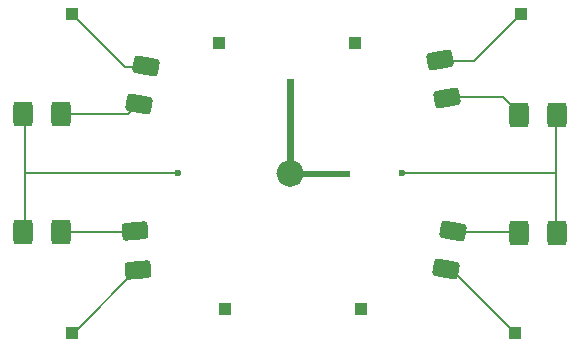
<source format=gbr>
%TF.GenerationSoftware,KiCad,Pcbnew,8.0.8*%
%TF.CreationDate,2025-04-07T01:24:50-03:00*%
%TF.ProjectId,Sao_Bomb,53616f5f-426f-46d6-922e-6b696361645f,rev?*%
%TF.SameCoordinates,Original*%
%TF.FileFunction,Copper,L1,Top*%
%TF.FilePolarity,Positive*%
%FSLAX46Y46*%
G04 Gerber Fmt 4.6, Leading zero omitted, Abs format (unit mm)*
G04 Created by KiCad (PCBNEW 8.0.8) date 2025-04-07 01:24:50*
%MOMM*%
%LPD*%
G01*
G04 APERTURE LIST*
G04 Aperture macros list*
%AMRoundRect*
0 Rectangle with rounded corners*
0 $1 Rounding radius*
0 $2 $3 $4 $5 $6 $7 $8 $9 X,Y pos of 4 corners*
0 Add a 4 corners polygon primitive as box body*
4,1,4,$2,$3,$4,$5,$6,$7,$8,$9,$2,$3,0*
0 Add four circle primitives for the rounded corners*
1,1,$1+$1,$2,$3*
1,1,$1+$1,$4,$5*
1,1,$1+$1,$6,$7*
1,1,$1+$1,$8,$9*
0 Add four rect primitives between the rounded corners*
20,1,$1+$1,$2,$3,$4,$5,0*
20,1,$1+$1,$4,$5,$6,$7,0*
20,1,$1+$1,$6,$7,$8,$9,0*
20,1,$1+$1,$8,$9,$2,$3,0*%
G04 Aperture macros list end*
%TA.AperFunction,NonConductor*%
%ADD10C,0.100000*%
%TD*%
%TA.AperFunction,NonConductor*%
%ADD11C,1.168034*%
%TD*%
%TA.AperFunction,ComponentPad*%
%ADD12R,1.000000X1.000000*%
%TD*%
%TA.AperFunction,SMDPad,CuDef*%
%ADD13RoundRect,0.288462X0.719064X-0.595448X0.879354X0.313604X-0.719064X0.595448X-0.879354X-0.313604X0*%
%TD*%
%TA.AperFunction,SMDPad,CuDef*%
%ADD14RoundRect,0.288462X0.848676X-0.389052X0.768224X0.530512X-0.848676X0.389052X-0.768224X-0.530512X0*%
%TD*%
%TA.AperFunction,SMDPad,CuDef*%
%ADD15RoundRect,0.288462X-0.879354X0.313604X-0.719064X-0.595448X0.879354X-0.313604X0.719064X0.595448X0*%
%TD*%
%TA.AperFunction,SMDPad,CuDef*%
%ADD16RoundRect,0.285088X0.527412X0.764912X-0.527412X0.764912X-0.527412X-0.764912X0.527412X-0.764912X0*%
%TD*%
%TA.AperFunction,SMDPad,CuDef*%
%ADD17RoundRect,0.288462X-0.719064X0.595448X-0.879354X-0.313604X0.719064X-0.595448X0.879354X0.313604X0*%
%TD*%
%TA.AperFunction,SMDPad,CuDef*%
%ADD18RoundRect,0.285088X-0.527412X-0.764912X0.527412X-0.764912X0.527412X0.764912X-0.527412X0.764912X0*%
%TD*%
%TA.AperFunction,ViaPad*%
%ADD19C,0.600000*%
%TD*%
%TA.AperFunction,Conductor*%
%ADD20C,0.200000*%
%TD*%
G04 APERTURE END LIST*
D10*
X148739853Y-87990851D02*
X149239853Y-87990851D01*
X149239853Y-94872818D01*
X148739853Y-94872818D01*
X148739853Y-87990851D01*
%TA.AperFunction,NonConductor*%
G36*
X148739853Y-87990851D02*
G01*
X149239853Y-87990851D01*
X149239853Y-94872818D01*
X148739853Y-94872818D01*
X148739853Y-87990851D01*
G37*
%TD.AperFunction*%
D11*
X149584017Y-96000000D02*
G75*
G02*
X148415983Y-96000000I-584017J0D01*
G01*
X148415983Y-96000000D02*
G75*
G02*
X149584017Y-96000000I584017J0D01*
G01*
D10*
X150120307Y-95762801D02*
X154002274Y-95762801D01*
X154002274Y-96262801D01*
X150120307Y-96262801D01*
X150120307Y-95762801D01*
%TA.AperFunction,NonConductor*%
G36*
X150120307Y-95762801D02*
G01*
X154002274Y-95762801D01*
X154002274Y-96262801D01*
X150120307Y-96262801D01*
X150120307Y-95762801D01*
G37*
%TD.AperFunction*%
D12*
%TO.P,J3,1,Pin_1*%
%TO.N,Net-(J3-Pin_1)*%
X130500000Y-82500000D03*
%TD*%
%TO.P,J7,1,Pin_1*%
%TO.N,Net-(J7-Pin_1)*%
X168500000Y-82500000D03*
%TD*%
D13*
%TO.P,R4,1*%
%TO.N,Net-(J9-Pin_1)*%
X162213481Y-104124933D03*
%TO.P,R4,2*%
%TO.N,Net-(D4-A)*%
X162786519Y-100875067D03*
%TD*%
D14*
%TO.P,R2,1*%
%TO.N,Net-(J5-Pin_1)*%
X136143807Y-104143721D03*
%TO.P,R2,2*%
%TO.N,Net-(D2-A)*%
X135856193Y-100856279D03*
%TD*%
D12*
%TO.P,J8,1,Pin_1*%
%TO.N,+3V3*%
X155000000Y-107500000D03*
%TD*%
%TO.P,J2,1,Pin_1*%
%TO.N,+3V3*%
X143000000Y-85000000D03*
%TD*%
%TO.P,J9,1,Pin_1*%
%TO.N,Net-(J9-Pin_1)*%
X168000000Y-109500000D03*
%TD*%
D15*
%TO.P,R3,1*%
%TO.N,Net-(J7-Pin_1)*%
X161713481Y-86375067D03*
%TO.P,R3,2*%
%TO.N,Net-(D3-A)*%
X162286519Y-89624933D03*
%TD*%
D12*
%TO.P,J4,1,Pin_1*%
%TO.N,+3V3*%
X154500000Y-85000000D03*
%TD*%
%TO.P,J6,1,Pin_1*%
%TO.N,+3V3*%
X143500000Y-107500000D03*
%TD*%
D16*
%TO.P,D3,1,K*%
%TO.N,GND*%
X171587500Y-91025000D03*
%TO.P,D3,2,A*%
%TO.N,Net-(D3-A)*%
X168412500Y-91025000D03*
%TD*%
%TO.P,D4,1,K*%
%TO.N,GND*%
X171587500Y-101025000D03*
%TO.P,D4,2,A*%
%TO.N,Net-(D4-A)*%
X168412500Y-101025000D03*
%TD*%
D17*
%TO.P,R1,1*%
%TO.N,Net-(J3-Pin_1)*%
X136786519Y-86875067D03*
%TO.P,R1,2*%
%TO.N,Net-(D1-A)*%
X136213481Y-90124933D03*
%TD*%
D12*
%TO.P,J5,1,Pin_1*%
%TO.N,Net-(J5-Pin_1)*%
X130500000Y-109500000D03*
%TD*%
D18*
%TO.P,D1,1,K*%
%TO.N,GND*%
X126412500Y-90975000D03*
%TO.P,D1,2,A*%
%TO.N,Net-(D1-A)*%
X129587500Y-90975000D03*
%TD*%
%TO.P,D2,1,K*%
%TO.N,GND*%
X126412500Y-100975000D03*
%TO.P,D2,2,A*%
%TO.N,Net-(D2-A)*%
X129587500Y-100975000D03*
%TD*%
D19*
%TO.N,GND*%
X158500000Y-96000000D03*
X139500000Y-96000000D03*
%TD*%
D20*
%TO.N,Net-(D1-A)*%
X135257298Y-91000000D02*
X136230846Y-90026452D01*
X129487500Y-91000000D02*
X135257298Y-91000000D01*
%TO.N,GND*%
X158500000Y-96000000D02*
X171487500Y-96000000D01*
X139500000Y-96000000D02*
X126512500Y-96000000D01*
X171487500Y-96000000D02*
X171487500Y-101000000D01*
X171487500Y-91000000D02*
X171487500Y-96000000D01*
X126512500Y-101000000D02*
X126512500Y-96000000D01*
X126512500Y-96000000D02*
X126512500Y-91000000D01*
%TO.N,Net-(D2-A)*%
X135820808Y-101000000D02*
X135864909Y-100955899D01*
X129487500Y-101000000D02*
X135820808Y-101000000D01*
%TO.N,Net-(D3-A)*%
X167038952Y-89526452D02*
X168512500Y-91000000D01*
X162269154Y-89526452D02*
X167038952Y-89526452D01*
%TO.N,Net-(D4-A)*%
X162795607Y-101000000D02*
X162769155Y-100973548D01*
X168512500Y-101000000D02*
X162795607Y-101000000D01*
%TO.N,Net-(J3-Pin_1)*%
X136769154Y-86973548D02*
X134973548Y-86973548D01*
X134973548Y-86973548D02*
X130500000Y-82500000D01*
%TO.N,Net-(J5-Pin_1)*%
X130679192Y-109500000D02*
X130500000Y-109500000D01*
X136135091Y-104044101D02*
X130679192Y-109500000D01*
%TO.N,Net-(J7-Pin_1)*%
X164526452Y-86473548D02*
X168500000Y-82500000D01*
X161730846Y-86473548D02*
X164526452Y-86473548D01*
%TO.N,Net-(J9-Pin_1)*%
X162230845Y-104026452D02*
X162526452Y-104026452D01*
X162526452Y-104026452D02*
X168000000Y-109500000D01*
%TD*%
M02*

</source>
